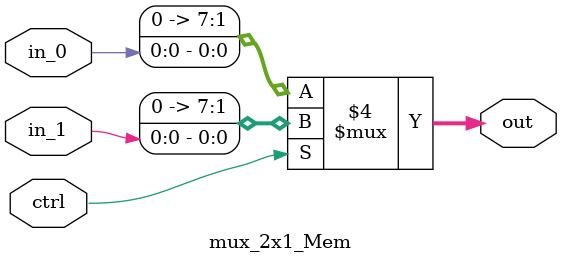
<source format=sv>
module  mux_2x1_Mem(
input  logic  in_0      , // Mux first input
input  logic  in_1     , // Mux Second input
input  logic  ctrl,

output logic[7:0] out      // Mux output
);

always_comb
begin

	if(ctrl == 0) begin 
		out = in_0;
		
	end else begin
		out = in_1; 
	end	
end 
endmodule

</source>
